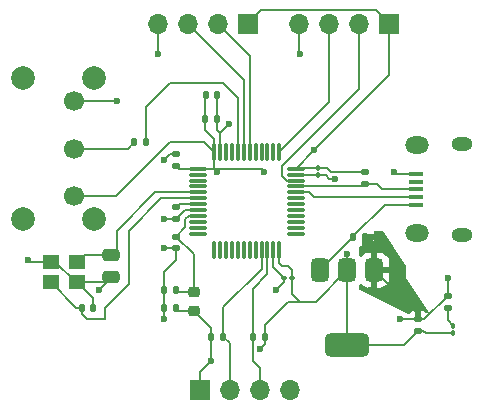
<source format=gbr>
%TF.GenerationSoftware,KiCad,Pcbnew,8.0.3*%
%TF.CreationDate,2025-07-01T21:47:02+03:00*%
%TF.ProjectId,stm,73746d2e-6b69-4636-9164-5f7063625858,rev?*%
%TF.SameCoordinates,Original*%
%TF.FileFunction,Copper,L1,Top*%
%TF.FilePolarity,Positive*%
%FSLAX46Y46*%
G04 Gerber Fmt 4.6, Leading zero omitted, Abs format (unit mm)*
G04 Created by KiCad (PCBNEW 8.0.3) date 2025-07-01 21:47:02*
%MOMM*%
%LPD*%
G01*
G04 APERTURE LIST*
G04 Aperture macros list*
%AMRoundRect*
0 Rectangle with rounded corners*
0 $1 Rounding radius*
0 $2 $3 $4 $5 $6 $7 $8 $9 X,Y pos of 4 corners*
0 Add a 4 corners polygon primitive as box body*
4,1,4,$2,$3,$4,$5,$6,$7,$8,$9,$2,$3,0*
0 Add four circle primitives for the rounded corners*
1,1,$1+$1,$2,$3*
1,1,$1+$1,$4,$5*
1,1,$1+$1,$6,$7*
1,1,$1+$1,$8,$9*
0 Add four rect primitives between the rounded corners*
20,1,$1+$1,$2,$3,$4,$5,0*
20,1,$1+$1,$4,$5,$6,$7,0*
20,1,$1+$1,$6,$7,$8,$9,0*
20,1,$1+$1,$8,$9,$2,$3,0*%
G04 Aperture macros list end*
%TA.AperFunction,ComponentPad*%
%ADD10C,2.000000*%
%TD*%
%TA.AperFunction,ComponentPad*%
%ADD11C,1.700000*%
%TD*%
%TA.AperFunction,SMDPad,CuDef*%
%ADD12R,1.300000X0.450000*%
%TD*%
%TA.AperFunction,ComponentPad*%
%ADD13O,1.800000X1.150000*%
%TD*%
%TA.AperFunction,ComponentPad*%
%ADD14O,2.000000X1.450000*%
%TD*%
%TA.AperFunction,SMDPad,CuDef*%
%ADD15R,1.400000X1.200000*%
%TD*%
%TA.AperFunction,SMDPad,CuDef*%
%ADD16RoundRect,0.375000X-0.375000X0.625000X-0.375000X-0.625000X0.375000X-0.625000X0.375000X0.625000X0*%
%TD*%
%TA.AperFunction,SMDPad,CuDef*%
%ADD17RoundRect,0.500000X-1.400000X0.500000X-1.400000X-0.500000X1.400000X-0.500000X1.400000X0.500000X0*%
%TD*%
%TA.AperFunction,SMDPad,CuDef*%
%ADD18RoundRect,0.075000X-0.662500X-0.075000X0.662500X-0.075000X0.662500X0.075000X-0.662500X0.075000X0*%
%TD*%
%TA.AperFunction,SMDPad,CuDef*%
%ADD19RoundRect,0.075000X-0.075000X-0.662500X0.075000X-0.662500X0.075000X0.662500X-0.075000X0.662500X0*%
%TD*%
%TA.AperFunction,SMDPad,CuDef*%
%ADD20RoundRect,0.135000X-0.135000X-0.185000X0.135000X-0.185000X0.135000X0.185000X-0.135000X0.185000X0*%
%TD*%
%TA.AperFunction,SMDPad,CuDef*%
%ADD21RoundRect,0.135000X0.135000X0.185000X-0.135000X0.185000X-0.135000X-0.185000X0.135000X-0.185000X0*%
%TD*%
%TA.AperFunction,SMDPad,CuDef*%
%ADD22RoundRect,0.135000X0.185000X-0.135000X0.185000X0.135000X-0.185000X0.135000X-0.185000X-0.135000X0*%
%TD*%
%TA.AperFunction,SMDPad,CuDef*%
%ADD23RoundRect,0.135000X-0.185000X0.135000X-0.185000X-0.135000X0.185000X-0.135000X0.185000X0.135000X0*%
%TD*%
%TA.AperFunction,ComponentPad*%
%ADD24R,1.700000X1.700000*%
%TD*%
%TA.AperFunction,ComponentPad*%
%ADD25O,1.700000X1.700000*%
%TD*%
%TA.AperFunction,SMDPad,CuDef*%
%ADD26RoundRect,0.218750X-0.256250X0.218750X-0.256250X-0.218750X0.256250X-0.218750X0.256250X0.218750X0*%
%TD*%
%TA.AperFunction,SMDPad,CuDef*%
%ADD27RoundRect,0.100000X-0.100000X0.130000X-0.100000X-0.130000X0.100000X-0.130000X0.100000X0.130000X0*%
%TD*%
%TA.AperFunction,SMDPad,CuDef*%
%ADD28RoundRect,0.140000X-0.140000X-0.170000X0.140000X-0.170000X0.140000X0.170000X-0.140000X0.170000X0*%
%TD*%
%TA.AperFunction,SMDPad,CuDef*%
%ADD29RoundRect,0.250000X-0.475000X0.250000X-0.475000X-0.250000X0.475000X-0.250000X0.475000X0.250000X0*%
%TD*%
%TA.AperFunction,SMDPad,CuDef*%
%ADD30RoundRect,0.140000X0.140000X0.170000X-0.140000X0.170000X-0.140000X-0.170000X0.140000X-0.170000X0*%
%TD*%
%TA.AperFunction,SMDPad,CuDef*%
%ADD31RoundRect,0.140000X-0.170000X0.140000X-0.170000X-0.140000X0.170000X-0.140000X0.170000X0.140000X0*%
%TD*%
%TA.AperFunction,SMDPad,CuDef*%
%ADD32RoundRect,0.100000X0.130000X0.100000X-0.130000X0.100000X-0.130000X-0.100000X0.130000X-0.100000X0*%
%TD*%
%TA.AperFunction,SMDPad,CuDef*%
%ADD33RoundRect,0.140000X0.170000X-0.140000X0.170000X0.140000X-0.170000X0.140000X-0.170000X-0.140000X0*%
%TD*%
%TA.AperFunction,ViaPad*%
%ADD34C,0.600000*%
%TD*%
%TA.AperFunction,Conductor*%
%ADD35C,0.200000*%
%TD*%
%TA.AperFunction,Conductor*%
%ADD36C,0.180000*%
%TD*%
G04 APERTURE END LIST*
D10*
%TO.P,SW1,*%
%TO.N,*%
X99582500Y-64042500D03*
X93582500Y-64042500D03*
X99582500Y-76042500D03*
X93582500Y-76042500D03*
D11*
%TO.P,SW1,1,A*%
%TO.N,GND*%
X97832500Y-66042500D03*
%TO.P,SW1,2,B*%
%TO.N,/SW*%
X97832500Y-70042500D03*
%TO.P,SW1,3,C*%
%TO.N,+3.3V*%
X97832500Y-74042500D03*
%TD*%
D12*
%TO.P,J1,1,VBUS*%
%TO.N,VBUS*%
X126845000Y-74805000D03*
%TO.P,J1,2,D-*%
%TO.N,/USB_D-*%
X126845000Y-74155000D03*
%TO.P,J1,3,D+*%
%TO.N,/USB_D+*%
X126845000Y-73505000D03*
%TO.P,J1,4,ID*%
%TO.N,unconnected-(J1-ID-Pad4)*%
X126845000Y-72855000D03*
%TO.P,J1,5,GND*%
%TO.N,GND*%
X126845000Y-72205000D03*
D13*
%TO.P,J1,6,Shield*%
%TO.N,unconnected-(J1-Shield-Pad6)*%
X130695000Y-77380000D03*
D14*
%TO.N,unconnected-(J1-Shield-Pad6)_0*%
X126895000Y-77230000D03*
%TO.N,unconnected-(J1-Shield-Pad6)_1*%
X126895000Y-69780000D03*
D13*
%TO.N,unconnected-(J1-Shield-Pad6)_2*%
X130695000Y-69630000D03*
%TD*%
D15*
%TO.P,Y1,4,4*%
%TO.N,GND*%
X98100000Y-81350000D03*
%TO.P,Y1,3,3*%
%TO.N,/HSE_OUT*%
X95900000Y-81350000D03*
%TO.P,Y1,2,2*%
%TO.N,GND*%
X95900000Y-79650000D03*
%TO.P,Y1,1,1*%
%TO.N,/HSE_IN*%
X98100000Y-79650000D03*
%TD*%
D16*
%TO.P,U2,1,GND*%
%TO.N,GND*%
X123300000Y-80350000D03*
%TO.P,U2,2,VO*%
%TO.N,+3.3V*%
X121000000Y-80350000D03*
D17*
X121000000Y-86650000D03*
D16*
%TO.P,U2,3,VI*%
%TO.N,VBUS*%
X118700000Y-80350000D03*
%TD*%
D18*
%TO.P,U1,1,VBAT*%
%TO.N,+3.3V*%
X108337500Y-71750000D03*
%TO.P,U1,2,PC13*%
%TO.N,unconnected-(U1-PC13-Pad2)*%
X108337500Y-72250000D03*
%TO.P,U1,3,PC14*%
%TO.N,unconnected-(U1-PC14-Pad3)*%
X108337500Y-72750000D03*
%TO.P,U1,4,PC15*%
%TO.N,unconnected-(U1-PC15-Pad4)*%
X108337500Y-73250000D03*
%TO.P,U1,5,PD0*%
%TO.N,/HSE_IN*%
X108337500Y-73750000D03*
%TO.P,U1,6,PD1*%
%TO.N,/HSE_OUT*%
X108337500Y-74250000D03*
%TO.P,U1,7,NRST*%
%TO.N,/NRST*%
X108337500Y-74750000D03*
%TO.P,U1,8,VSSA*%
%TO.N,GND*%
X108337500Y-75250000D03*
%TO.P,U1,9,VDDA*%
%TO.N,+3.3VA*%
X108337500Y-75750000D03*
%TO.P,U1,10,PA0*%
%TO.N,unconnected-(U1-PA0-Pad10)*%
X108337500Y-76250000D03*
%TO.P,U1,11,PA1*%
%TO.N,unconnected-(U1-PA1-Pad11)*%
X108337500Y-76750000D03*
%TO.P,U1,12,PA2*%
%TO.N,unconnected-(U1-PA2-Pad12)*%
X108337500Y-77250000D03*
D19*
%TO.P,U1,13,PA3*%
%TO.N,unconnected-(U1-PA3-Pad13)*%
X109750000Y-78662500D03*
%TO.P,U1,14,PA4*%
%TO.N,unconnected-(U1-PA4-Pad14)*%
X110250000Y-78662500D03*
%TO.P,U1,15,PA5*%
%TO.N,unconnected-(U1-PA5-Pad15)*%
X110750000Y-78662500D03*
%TO.P,U1,16,PA6*%
%TO.N,unconnected-(U1-PA6-Pad16)*%
X111250000Y-78662500D03*
%TO.P,U1,17,PA7*%
%TO.N,unconnected-(U1-PA7-Pad17)*%
X111750000Y-78662500D03*
%TO.P,U1,18,PB0*%
%TO.N,unconnected-(U1-PB0-Pad18)*%
X112250000Y-78662500D03*
%TO.P,U1,19,PB1*%
%TO.N,unconnected-(U1-PB1-Pad19)*%
X112750000Y-78662500D03*
%TO.P,U1,20,PB2*%
%TO.N,unconnected-(U1-PB2-Pad20)*%
X113250000Y-78662500D03*
%TO.P,U1,21,PB10*%
%TO.N,/I2C_SCL*%
X113750000Y-78662500D03*
%TO.P,U1,22,PB11*%
%TO.N,/I2C_SDA*%
X114250000Y-78662500D03*
%TO.P,U1,23,VSS*%
%TO.N,GND*%
X114750000Y-78662500D03*
%TO.P,U1,24,VDD*%
%TO.N,+3.3V*%
X115250000Y-78662500D03*
D18*
%TO.P,U1,25,PB12*%
%TO.N,unconnected-(U1-PB12-Pad25)*%
X116662500Y-77250000D03*
%TO.P,U1,26,PB13*%
%TO.N,unconnected-(U1-PB13-Pad26)*%
X116662500Y-76750000D03*
%TO.P,U1,27,PB14*%
%TO.N,unconnected-(U1-PB14-Pad27)*%
X116662500Y-76250000D03*
%TO.P,U1,28,PB15*%
%TO.N,unconnected-(U1-PB15-Pad28)*%
X116662500Y-75750000D03*
%TO.P,U1,29,PA8*%
%TO.N,unconnected-(U1-PA8-Pad29)*%
X116662500Y-75250000D03*
%TO.P,U1,30,PA9*%
%TO.N,unconnected-(U1-PA9-Pad30)*%
X116662500Y-74750000D03*
%TO.P,U1,31,PA10*%
%TO.N,unconnected-(U1-PA10-Pad31)*%
X116662500Y-74250000D03*
%TO.P,U1,32,PA11*%
%TO.N,/USB_D-*%
X116662500Y-73750000D03*
%TO.P,U1,33,PA12*%
%TO.N,/USB_D+*%
X116662500Y-73250000D03*
%TO.P,U1,34,PA13*%
%TO.N,/SWDIO*%
X116662500Y-72750000D03*
%TO.P,U1,35,VSS*%
%TO.N,GND*%
X116662500Y-72250000D03*
%TO.P,U1,36,VDD*%
%TO.N,+3.3V*%
X116662500Y-71750000D03*
D19*
%TO.P,U1,37,PA14*%
%TO.N,/SWCLK*%
X115250000Y-70337500D03*
%TO.P,U1,38,PA15*%
%TO.N,unconnected-(U1-PA15-Pad38)*%
X114750000Y-70337500D03*
%TO.P,U1,39,PB3*%
%TO.N,unconnected-(U1-PB3-Pad39)*%
X114250000Y-70337500D03*
%TO.P,U1,40,PB4*%
%TO.N,unconnected-(U1-PB4-Pad40)*%
X113750000Y-70337500D03*
%TO.P,U1,41,PB5*%
%TO.N,unconnected-(U1-PB5-Pad41)*%
X113250000Y-70337500D03*
%TO.P,U1,42,PB6*%
%TO.N,/UART_Tx*%
X112750000Y-70337500D03*
%TO.P,U1,43,PB7*%
%TO.N,/UART_Rx*%
X112250000Y-70337500D03*
%TO.P,U1,44,BOOT0*%
%TO.N,/BOOT0*%
X111750000Y-70337500D03*
%TO.P,U1,45,PB8*%
%TO.N,unconnected-(U1-PB8-Pad45)*%
X111250000Y-70337500D03*
%TO.P,U1,46,PB9*%
%TO.N,unconnected-(U1-PB9-Pad46)*%
X110750000Y-70337500D03*
%TO.P,U1,47,VSS*%
%TO.N,GND*%
X110250000Y-70337500D03*
%TO.P,U1,48,VDD*%
%TO.N,+3.3V*%
X109750000Y-70337500D03*
%TD*%
D20*
%TO.P,R5,1*%
%TO.N,/I2C_SDA*%
X112990000Y-86000000D03*
%TO.P,R5,2*%
%TO.N,+3.3V*%
X114010000Y-86000000D03*
%TD*%
D21*
%TO.P,R4,1*%
%TO.N,/I2C_SCL*%
X110510000Y-86000000D03*
%TO.P,R4,2*%
%TO.N,+3.3V*%
X109490000Y-86000000D03*
%TD*%
D22*
%TO.P,R3,1*%
%TO.N,/USB_D+*%
X122500000Y-73010000D03*
%TO.P,R3,2*%
%TO.N,+3.3V*%
X122500000Y-71990000D03*
%TD*%
D20*
%TO.P,R2,1*%
%TO.N,/SW*%
X102990000Y-69500000D03*
%TO.P,R2,2*%
%TO.N,/BOOT0*%
X104010000Y-69500000D03*
%TD*%
D23*
%TO.P,R1,1*%
%TO.N,GND*%
X129500000Y-82490000D03*
%TO.P,R1,2*%
%TO.N,/Power_LED_k*%
X129500000Y-83510000D03*
%TD*%
D24*
%TO.P,J4,1,Pin_1*%
%TO.N,+3.3V*%
X108500000Y-90500000D03*
D25*
%TO.P,J4,2,Pin_2*%
%TO.N,/I2C_SCL*%
X111040000Y-90500000D03*
%TO.P,J4,3,Pin_3*%
%TO.N,/I2C_SDA*%
X113580000Y-90500000D03*
%TO.P,J4,4,Pin_4*%
%TO.N,GND*%
X116120000Y-90500000D03*
%TD*%
D24*
%TO.P,J2,1,Pin_1*%
%TO.N,+3.3V*%
X112580000Y-59500000D03*
D25*
%TO.P,J2,2,Pin_2*%
%TO.N,/UART_Tx*%
X110040000Y-59500000D03*
%TO.P,J2,3,Pin_3*%
%TO.N,/UART_Rx*%
X107500000Y-59500000D03*
%TO.P,J2,4,Pin_4*%
%TO.N,GND*%
X104960000Y-59500000D03*
%TD*%
D24*
%TO.P,J3,1,Pin_1*%
%TO.N,+3.3V*%
X124580000Y-59500000D03*
D25*
%TO.P,J3,2,Pin_2*%
%TO.N,/SWDIO*%
X122040000Y-59500000D03*
%TO.P,J3,3,Pin_3*%
%TO.N,/SWCLK*%
X119500000Y-59500000D03*
%TO.P,J3,4,Pin_4*%
%TO.N,GND*%
X116960000Y-59500000D03*
%TD*%
D26*
%TO.P,FB1,1*%
%TO.N,+3.3VA*%
X108000000Y-82212500D03*
%TO.P,FB1,2*%
%TO.N,+3.3V*%
X108000000Y-83787500D03*
%TD*%
D27*
%TO.P,D1,1,K*%
%TO.N,/Power_LED_k*%
X130000000Y-85025000D03*
%TO.P,D1,2,A*%
%TO.N,+3.3V*%
X130000000Y-85665000D03*
%TD*%
D28*
%TO.P,C13,1*%
%TO.N,/HSE_OUT*%
X98520000Y-83500000D03*
%TO.P,C13,2*%
%TO.N,GND*%
X99480000Y-83500000D03*
%TD*%
D29*
%TO.P,C12,1*%
%TO.N,/HSE_IN*%
X101000000Y-79050000D03*
%TO.P,C12,2*%
%TO.N,GND*%
X101000000Y-80950000D03*
%TD*%
D30*
%TO.P,C10,1*%
%TO.N,+3.3V*%
X106480000Y-83500000D03*
%TO.P,C10,2*%
%TO.N,GND*%
X105520000Y-83500000D03*
%TD*%
%TO.P,C9,1*%
%TO.N,+3.3VA*%
X106480000Y-82000000D03*
%TO.P,C9,2*%
%TO.N,GND*%
X105520000Y-82000000D03*
%TD*%
D31*
%TO.P,C8,1*%
%TO.N,+3.3VA*%
X106500000Y-77520000D03*
%TO.P,C8,2*%
%TO.N,GND*%
X106500000Y-78480000D03*
%TD*%
D28*
%TO.P,C7,1*%
%TO.N,+3.3V*%
X109000000Y-67500000D03*
%TO.P,C7,2*%
%TO.N,GND*%
X109960000Y-67500000D03*
%TD*%
D27*
%TO.P,C6,1*%
%TO.N,+3.3V*%
X118500000Y-71680000D03*
%TO.P,C6,2*%
%TO.N,GND*%
X118500000Y-72320000D03*
%TD*%
D32*
%TO.P,C5,1*%
%TO.N,+3.3V*%
X116320000Y-81000000D03*
%TO.P,C5,2*%
%TO.N,GND*%
X115680000Y-81000000D03*
%TD*%
D33*
%TO.P,C4,1*%
%TO.N,+3.3V*%
X106500000Y-71480000D03*
%TO.P,C4,2*%
%TO.N,GND*%
X106500000Y-70520000D03*
%TD*%
D28*
%TO.P,C3,1*%
%TO.N,+3.3V*%
X109020000Y-65500000D03*
%TO.P,C3,2*%
%TO.N,GND*%
X109980000Y-65500000D03*
%TD*%
D33*
%TO.P,C2,1*%
%TO.N,+3.3V*%
X127000000Y-85460000D03*
%TO.P,C2,2*%
%TO.N,GND*%
X127000000Y-84500000D03*
%TD*%
D28*
%TO.P,C1,1*%
%TO.N,VBUS*%
X121520000Y-77500000D03*
%TO.P,C1,2*%
%TO.N,GND*%
X122480000Y-77500000D03*
%TD*%
D31*
%TO.P,C11,1*%
%TO.N,/NRST*%
X106500000Y-75020000D03*
%TO.P,C11,2*%
%TO.N,GND*%
X106500000Y-75980000D03*
%TD*%
D34*
%TO.N,GND*%
X115000000Y-82000000D03*
X111000000Y-68000000D03*
%TO.N,+3.3V*%
X118206250Y-70206250D03*
X114000000Y-72000000D03*
X110000000Y-72000000D03*
X121000000Y-79000000D03*
X109490000Y-88000000D03*
X113590000Y-87000000D03*
%TO.N,GND*%
X124975000Y-82025000D03*
X123000000Y-82000000D03*
X123000000Y-78000000D03*
X120000000Y-72590000D03*
X105500000Y-71000000D03*
X101500000Y-66000000D03*
X105000000Y-62000000D03*
X117000000Y-62000000D03*
X125500000Y-84500000D03*
X129500000Y-81000000D03*
X125000000Y-72000000D03*
X125500000Y-80500000D03*
X105500000Y-78500000D03*
X105500000Y-76000000D03*
X94000000Y-79500000D03*
X100000000Y-82000000D03*
X105500000Y-84500000D03*
%TD*%
D35*
%TO.N,/SWDIO*%
X122040000Y-64960000D02*
X122040000Y-59500000D01*
X115500000Y-71500000D02*
X122040000Y-64960000D01*
X115892590Y-72750000D02*
X115500000Y-72357410D01*
X116662500Y-72750000D02*
X115892590Y-72750000D01*
X115500000Y-72357410D02*
X115500000Y-71500000D01*
D36*
%TO.N,GND*%
X115680000Y-81320000D02*
X115000000Y-82000000D01*
X115680000Y-81000000D02*
X115680000Y-81320000D01*
X114750000Y-80070000D02*
X115680000Y-81000000D01*
X114750000Y-78662500D02*
X114750000Y-80070000D01*
X119500388Y-72590000D02*
X120000000Y-72590000D01*
X119230388Y-72320000D02*
X119500388Y-72590000D01*
D35*
%TO.N,+3.3V*%
X118206250Y-70206250D02*
X124580000Y-63832500D01*
X124580000Y-63832500D02*
X124580000Y-59500000D01*
X116662500Y-71750000D02*
X118206250Y-70206250D01*
X116320000Y-82320000D02*
X117000000Y-83000000D01*
X117000000Y-83000000D02*
X118350000Y-83000000D01*
X116000000Y-83000000D02*
X117000000Y-83000000D01*
X116320000Y-81000000D02*
X116320000Y-82320000D01*
X118350000Y-83000000D02*
X121000000Y-80350000D01*
X114010000Y-84990000D02*
X116000000Y-83000000D01*
X114010000Y-86000000D02*
X114010000Y-84990000D01*
X116000000Y-80000000D02*
X116320000Y-80320000D01*
X115500000Y-80000000D02*
X116000000Y-80000000D01*
X115250000Y-79750000D02*
X115500000Y-80000000D01*
X115250000Y-78662500D02*
X115250000Y-79750000D01*
X116320000Y-80320000D02*
X116320000Y-81000000D01*
X127460000Y-85460000D02*
X127665000Y-85665000D01*
X127000000Y-85460000D02*
X127460000Y-85460000D01*
D36*
X127665000Y-85665000D02*
X130000000Y-85665000D01*
D35*
%TO.N,/Power_LED_k*%
X129500000Y-84525000D02*
X129500000Y-83510000D01*
D36*
X130000000Y-85025000D02*
X129500000Y-84525000D01*
D35*
%TO.N,+3.3V*%
X121000000Y-80350000D02*
X121000000Y-79000000D01*
X109490000Y-88000000D02*
X108500000Y-88990000D01*
X109490000Y-85277500D02*
X108000000Y-83787500D01*
X109490000Y-88000000D02*
X109490000Y-85277500D01*
X108500000Y-88990000D02*
X108500000Y-90500000D01*
%TO.N,GND*%
X110250000Y-68750000D02*
X111000000Y-68000000D01*
%TO.N,+3.3V*%
X113750000Y-71750000D02*
X114000000Y-72000000D01*
X109750000Y-71750000D02*
X113750000Y-71750000D01*
X109750000Y-71750000D02*
X109750000Y-70337500D01*
X109750000Y-71750000D02*
X108337500Y-71750000D01*
X110000000Y-72000000D02*
X109750000Y-71750000D01*
X114010000Y-86580000D02*
X113590000Y-87000000D01*
X114010000Y-86000000D02*
X114010000Y-86580000D01*
%TO.N,VBUS*%
X124195000Y-74805000D02*
X126845000Y-74805000D01*
X121520000Y-77480000D02*
X124195000Y-74805000D01*
X121520000Y-77500000D02*
X121520000Y-77480000D01*
X118700000Y-80320000D02*
X121520000Y-77500000D01*
X118700000Y-80350000D02*
X118700000Y-80320000D01*
%TO.N,GND*%
X123300000Y-80350000D02*
X124975000Y-82025000D01*
X124975000Y-82025000D02*
X127000000Y-84050000D01*
X123300000Y-81700000D02*
X123000000Y-82000000D01*
X123300000Y-80350000D02*
X123300000Y-81700000D01*
X122500000Y-77500000D02*
X123000000Y-78000000D01*
X122480000Y-77500000D02*
X122500000Y-77500000D01*
%TO.N,VBUS*%
X118700000Y-80350000D02*
X118700000Y-79320000D01*
%TO.N,+3.3V*%
X113730000Y-58350000D02*
X112580000Y-59500000D01*
X123430000Y-58350000D02*
X113730000Y-58350000D01*
X124580000Y-59500000D02*
X123430000Y-58350000D01*
D36*
%TO.N,GND*%
X118500000Y-72320000D02*
X119230388Y-72320000D01*
D35*
X118430000Y-72250000D02*
X118500000Y-72320000D01*
D36*
X116662500Y-72250000D02*
X118430000Y-72250000D01*
D35*
%TO.N,/SWCLK*%
X119500000Y-66087500D02*
X119500000Y-59500000D01*
X115250000Y-70337500D02*
X119500000Y-66087500D01*
%TO.N,GND*%
X105980000Y-70520000D02*
X105500000Y-71000000D01*
X106500000Y-70520000D02*
X105980000Y-70520000D01*
%TO.N,/UART_Rx*%
X112250000Y-64250000D02*
X107500000Y-59500000D01*
X112250000Y-70337500D02*
X112250000Y-64250000D01*
%TO.N,/UART_Tx*%
X112750000Y-62210000D02*
X110040000Y-59500000D01*
X112750000Y-70337500D02*
X112750000Y-62210000D01*
%TO.N,GND*%
X116960000Y-61960000D02*
X116960000Y-59500000D01*
X117000000Y-62000000D02*
X116960000Y-61960000D01*
X104960000Y-61460000D02*
X104960000Y-59500000D01*
X105000000Y-61500000D02*
X104960000Y-61460000D01*
X105000000Y-62000000D02*
X105000000Y-61500000D01*
X101457500Y-66042500D02*
X97832500Y-66042500D01*
X101500000Y-66000000D02*
X101457500Y-66042500D01*
X127000000Y-84500000D02*
X125500000Y-84500000D01*
X129500000Y-82490000D02*
X129500000Y-81000000D01*
X125205000Y-72205000D02*
X125000000Y-72000000D01*
X126845000Y-72205000D02*
X125205000Y-72205000D01*
X125350000Y-80350000D02*
X125500000Y-80500000D01*
X123300000Y-80350000D02*
X125350000Y-80350000D01*
X105520000Y-78480000D02*
X105500000Y-78500000D01*
X106500000Y-78480000D02*
X105520000Y-78480000D01*
X105520000Y-75980000D02*
X105500000Y-76000000D01*
X106500000Y-75980000D02*
X105520000Y-75980000D01*
X94150000Y-79650000D02*
X94000000Y-79500000D01*
X95900000Y-79650000D02*
X94150000Y-79650000D01*
X101000000Y-81000000D02*
X100000000Y-82000000D01*
X101000000Y-80950000D02*
X101000000Y-81000000D01*
X99480000Y-82730000D02*
X99480000Y-83500000D01*
X98100000Y-81350000D02*
X99480000Y-82730000D01*
X100600000Y-81350000D02*
X101000000Y-80950000D01*
X98100000Y-81350000D02*
X100600000Y-81350000D01*
X98000000Y-81350000D02*
X98100000Y-81350000D01*
X96300000Y-79650000D02*
X98000000Y-81350000D01*
X95900000Y-79650000D02*
X96300000Y-79650000D01*
X105520000Y-84480000D02*
X105500000Y-84500000D01*
X105520000Y-83500000D02*
X105520000Y-84480000D01*
%TO.N,+3.3V*%
X121000000Y-81000000D02*
X121000000Y-80350000D01*
X115250000Y-78662500D02*
X115250000Y-78854594D01*
%TO.N,GND*%
X129500000Y-82500000D02*
X129500000Y-82490000D01*
X127500000Y-84500000D02*
X129500000Y-82500000D01*
X127000000Y-84500000D02*
X127500000Y-84500000D01*
X127000000Y-84050000D02*
X127000000Y-84500000D01*
%TO.N,+3.3V*%
X125810000Y-86650000D02*
X127000000Y-85460000D01*
X121000000Y-86650000D02*
X125810000Y-86650000D01*
X121000000Y-80350000D02*
X121000000Y-86650000D01*
%TO.N,GND*%
X123300000Y-80350000D02*
X123300000Y-79320000D01*
%TO.N,+3.3V*%
X108912500Y-69500000D02*
X109750000Y-70337500D01*
X101457500Y-74042500D02*
X106000000Y-69500000D01*
X106000000Y-69500000D02*
X108912500Y-69500000D01*
X97832500Y-74042500D02*
X101457500Y-74042500D01*
%TO.N,/SW*%
X102447500Y-70042500D02*
X102990000Y-69500000D01*
X97832500Y-70042500D02*
X102447500Y-70042500D01*
%TO.N,/BOOT0*%
X104010000Y-66490000D02*
X104010000Y-69500000D01*
X106000000Y-64500000D02*
X104010000Y-66490000D01*
X110500000Y-64500000D02*
X106000000Y-64500000D01*
X111750000Y-65750000D02*
X110500000Y-64500000D01*
X111750000Y-70337500D02*
X111750000Y-65750000D01*
%TO.N,/I2C_SDA*%
X113580000Y-88580000D02*
X113580000Y-90500000D01*
X112990000Y-87990000D02*
X113580000Y-88580000D01*
X112990000Y-86000000D02*
X112990000Y-87990000D01*
X112990000Y-81891544D02*
X112990000Y-86000000D01*
X114250000Y-80631544D02*
X112990000Y-81891544D01*
X114250000Y-78662500D02*
X114250000Y-80631544D01*
%TO.N,/I2C_SCL*%
X113750000Y-80250000D02*
X113750000Y-78662500D01*
X110510000Y-86000000D02*
X110510000Y-83490000D01*
X110510000Y-83490000D02*
X113750000Y-80250000D01*
X111040000Y-86530000D02*
X110510000Y-86000000D01*
X111040000Y-90500000D02*
X111040000Y-86530000D01*
%TO.N,GND*%
X105520000Y-82000000D02*
X105520000Y-83500000D01*
X105520000Y-80520000D02*
X105520000Y-82000000D01*
X105500000Y-80500000D02*
X105520000Y-80520000D01*
X106500000Y-79500000D02*
X105500000Y-80500000D01*
X106500000Y-78480000D02*
X106500000Y-79500000D01*
%TO.N,+3.3V*%
X106767500Y-83787500D02*
X106480000Y-83500000D01*
X108000000Y-83787500D02*
X106767500Y-83787500D01*
%TO.N,+3.3VA*%
X106692500Y-82212500D02*
X106480000Y-82000000D01*
X108000000Y-82212500D02*
X106692500Y-82212500D01*
X108000000Y-79000000D02*
X108000000Y-82212500D01*
X106520000Y-77520000D02*
X108000000Y-79000000D01*
X106500000Y-77520000D02*
X106520000Y-77520000D01*
X107300000Y-76720000D02*
X106500000Y-77520000D01*
X107300000Y-76017590D02*
X107300000Y-76720000D01*
X107567590Y-75750000D02*
X107300000Y-76017590D01*
X108337500Y-75750000D02*
X107567590Y-75750000D01*
%TO.N,GND*%
X107230000Y-75250000D02*
X106500000Y-75980000D01*
X108337500Y-75250000D02*
X107230000Y-75250000D01*
%TO.N,/NRST*%
X106770000Y-74750000D02*
X106500000Y-75020000D01*
X108337500Y-74750000D02*
X106770000Y-74750000D01*
%TO.N,+3.3V*%
X108337500Y-71750000D02*
X106770000Y-71750000D01*
X106770000Y-71750000D02*
X106500000Y-71480000D01*
%TO.N,GND*%
X97850000Y-81350000D02*
X98100000Y-81350000D01*
%TO.N,/HSE_OUT*%
X98050000Y-83500000D02*
X95900000Y-81350000D01*
X98520000Y-83500000D02*
X98050000Y-83500000D01*
X98520000Y-84020000D02*
X98520000Y-83500000D01*
X100500000Y-84500000D02*
X99000000Y-84500000D01*
X99000000Y-84500000D02*
X98520000Y-84020000D01*
X100500000Y-83500000D02*
X100500000Y-84500000D01*
X102500000Y-81500000D02*
X100500000Y-83500000D01*
X105250000Y-74250000D02*
X108337500Y-74250000D01*
X102500000Y-77000000D02*
X105250000Y-74250000D01*
X102500000Y-81500000D02*
X102500000Y-77000000D01*
%TO.N,/HSE_IN*%
X98700000Y-79050000D02*
X98100000Y-79650000D01*
X101000000Y-79050000D02*
X98700000Y-79050000D01*
X101500000Y-78550000D02*
X101000000Y-79050000D01*
X104750000Y-73750000D02*
X101500000Y-77000000D01*
X101500000Y-77000000D02*
X101500000Y-78550000D01*
X108337500Y-73750000D02*
X104750000Y-73750000D01*
%TO.N,+3.3V*%
X119630000Y-71990000D02*
X122500000Y-71990000D01*
X119320000Y-71680000D02*
X119630000Y-71990000D01*
D36*
X118500000Y-71680000D02*
X119320000Y-71680000D01*
D35*
%TO.N,/USB_D-*%
X118155000Y-74155000D02*
X126845000Y-74155000D01*
X117750000Y-73750000D02*
X118155000Y-74155000D01*
X116662500Y-73750000D02*
X117750000Y-73750000D01*
%TO.N,/USB_D+*%
X123985000Y-73505000D02*
X126845000Y-73505000D01*
X123490000Y-73010000D02*
X123985000Y-73505000D01*
X122500000Y-73010000D02*
X123490000Y-73010000D01*
X122260000Y-73250000D02*
X122500000Y-73010000D01*
X116662500Y-73250000D02*
X122260000Y-73250000D01*
D36*
%TO.N,+3.3V*%
X116620000Y-71680000D02*
X118500000Y-71680000D01*
D35*
X116500000Y-71800000D02*
X116620000Y-71680000D01*
X116662500Y-71800000D02*
X116500000Y-71800000D01*
X116662500Y-71750000D02*
X116662500Y-71800000D01*
%TO.N,GND*%
X109980000Y-67020000D02*
X109980000Y-65500000D01*
X109960000Y-67040000D02*
X109980000Y-67020000D01*
X109960000Y-67500000D02*
X109960000Y-67040000D01*
%TO.N,+3.3V*%
X109000000Y-67500000D02*
X109000000Y-65520000D01*
X109000000Y-65520000D02*
X109020000Y-65500000D01*
%TO.N,GND*%
X109960000Y-68460000D02*
X109960000Y-67500000D01*
X110250000Y-68750000D02*
X109960000Y-68460000D01*
X110250000Y-70337500D02*
X110250000Y-68750000D01*
%TO.N,+3.3V*%
X109000000Y-68500000D02*
X109000000Y-67500000D01*
X109750000Y-69250000D02*
X109000000Y-68500000D01*
X109750000Y-70337500D02*
X109750000Y-69250000D01*
%TD*%
%TA.AperFunction,Conductor*%
%TO.N,GND*%
G36*
X124000676Y-77019685D02*
G01*
X124036811Y-77055217D01*
X125979174Y-79968761D01*
X125999982Y-80035460D01*
X126000000Y-80037544D01*
X126000000Y-81000000D01*
X127875165Y-83812748D01*
X127895973Y-83879447D01*
X127877418Y-83946808D01*
X127825390Y-83993444D01*
X127756409Y-84004548D01*
X127692374Y-83976595D01*
X127684310Y-83969212D01*
X127565383Y-83850285D01*
X127565374Y-83850278D01*
X127426195Y-83767968D01*
X127426190Y-83767966D01*
X127270918Y-83722855D01*
X127270912Y-83722854D01*
X127250000Y-83721209D01*
X127250000Y-84555500D01*
X127232204Y-84616102D01*
X126750000Y-84375000D01*
X126750000Y-83721210D01*
X126749999Y-83721209D01*
X126729087Y-83722854D01*
X126729081Y-83722855D01*
X126573809Y-83767966D01*
X126573804Y-83767968D01*
X126434625Y-83850278D01*
X126434616Y-83850285D01*
X126320285Y-83964616D01*
X126320276Y-83964627D01*
X126289864Y-84016052D01*
X126238795Y-84063735D01*
X126170053Y-84076238D01*
X126127679Y-84063839D01*
X122068546Y-82034272D01*
X122017387Y-81986685D01*
X122000000Y-81923363D01*
X122000000Y-81638546D01*
X122019685Y-81571507D01*
X122027341Y-81560874D01*
X122053675Y-81528112D01*
X122111015Y-81488196D01*
X122180837Y-81485616D01*
X122240970Y-81521194D01*
X122246967Y-81528115D01*
X122302632Y-81597366D01*
X122302633Y-81597367D01*
X122450974Y-81716607D01*
X122450977Y-81716609D01*
X122621476Y-81801168D01*
X122806175Y-81847102D01*
X122848903Y-81850000D01*
X123050000Y-81850000D01*
X123550000Y-81850000D01*
X123751097Y-81850000D01*
X123793824Y-81847102D01*
X123978523Y-81801168D01*
X124149022Y-81716609D01*
X124149025Y-81716607D01*
X124297366Y-81597367D01*
X124297367Y-81597366D01*
X124416607Y-81449025D01*
X124416609Y-81449022D01*
X124501168Y-81278523D01*
X124547102Y-81093824D01*
X124550000Y-81051096D01*
X124550000Y-80600000D01*
X123550000Y-80600000D01*
X123550000Y-81850000D01*
X123050000Y-81850000D01*
X123050000Y-80100000D01*
X123550000Y-80100000D01*
X124550000Y-80100000D01*
X124550000Y-79648903D01*
X124547102Y-79606175D01*
X124501168Y-79421476D01*
X124416609Y-79250977D01*
X124416607Y-79250974D01*
X124297367Y-79102633D01*
X124297366Y-79102632D01*
X124149025Y-78983392D01*
X124149022Y-78983390D01*
X123978523Y-78898831D01*
X123793824Y-78852897D01*
X123751097Y-78850000D01*
X123550000Y-78850000D01*
X123550000Y-80100000D01*
X123050000Y-80100000D01*
X123050000Y-78850000D01*
X122848903Y-78850000D01*
X122806175Y-78852897D01*
X122621476Y-78898831D01*
X122450977Y-78983390D01*
X122450974Y-78983392D01*
X122302633Y-79102632D01*
X122302631Y-79102634D01*
X122246966Y-79171884D01*
X122189623Y-79211803D01*
X122119801Y-79214382D01*
X122059668Y-79178803D01*
X122053671Y-79171881D01*
X122027351Y-79139136D01*
X122000694Y-79074552D01*
X122000000Y-79061451D01*
X122000000Y-78402836D01*
X122019685Y-78335797D01*
X122072489Y-78290042D01*
X122141647Y-78280098D01*
X122158595Y-78283759D01*
X122230000Y-78304503D01*
X122730000Y-78304503D01*
X122876195Y-78262031D01*
X123015374Y-78179721D01*
X123015383Y-78179714D01*
X123129714Y-78065383D01*
X123129721Y-78065374D01*
X123212031Y-77926195D01*
X123212033Y-77926190D01*
X123257144Y-77770918D01*
X123257145Y-77770912D01*
X123258790Y-77750000D01*
X122730000Y-77750000D01*
X122730000Y-78304503D01*
X122230000Y-78304503D01*
X122230000Y-77998352D01*
X122247267Y-77935233D01*
X122252494Y-77926395D01*
X122297643Y-77770993D01*
X122300500Y-77734690D01*
X122300500Y-77600097D01*
X122320185Y-77533058D01*
X122336819Y-77512416D01*
X122562916Y-77286319D01*
X122624239Y-77252834D01*
X122650597Y-77250000D01*
X123258790Y-77250000D01*
X123257145Y-77229089D01*
X123236665Y-77158594D01*
X123236865Y-77088725D01*
X123274808Y-77030055D01*
X123338447Y-77001212D01*
X123355742Y-77000000D01*
X123933637Y-77000000D01*
X124000676Y-77019685D01*
G37*
%TD.AperFunction*%
%TD*%
M02*

</source>
